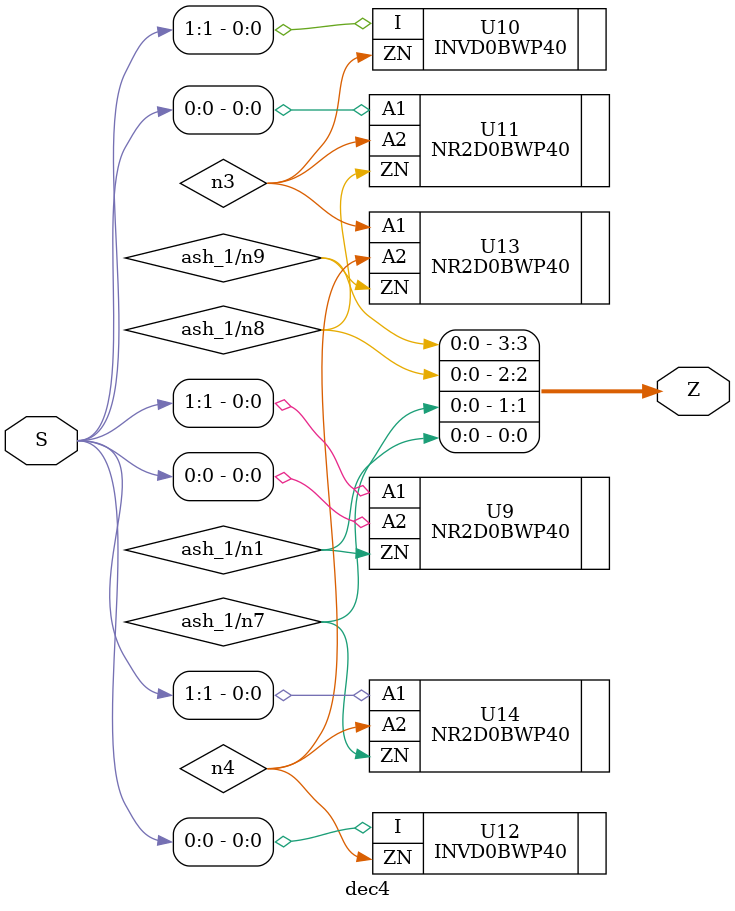
<source format=v>


module dec4 ( S, Z );
  input [1:0] S;
  output [3:0] Z;
  wire   \ash_1/n9 , \ash_1/n8 , \ash_1/n7 , \ash_1/n1 , n3, n4;
  assign Z[3] = \ash_1/n9 ;
  assign Z[2] = \ash_1/n8 ;
  assign Z[1] = \ash_1/n7 ;
  assign Z[0] = \ash_1/n1 ;

  NR2D0BWP40 U9 ( .A1(S[1]), .A2(S[0]), .ZN(\ash_1/n1 ) );
  INVD0BWP40 U10 ( .I(S[1]), .ZN(n3) );
  NR2D0BWP40 U11 ( .A1(S[0]), .A2(n3), .ZN(\ash_1/n8 ) );
  INVD0BWP40 U12 ( .I(S[0]), .ZN(n4) );
  NR2D0BWP40 U13 ( .A1(n3), .A2(n4), .ZN(\ash_1/n9 ) );
  NR2D0BWP40 U14 ( .A1(S[1]), .A2(n4), .ZN(\ash_1/n7 ) );
endmodule


</source>
